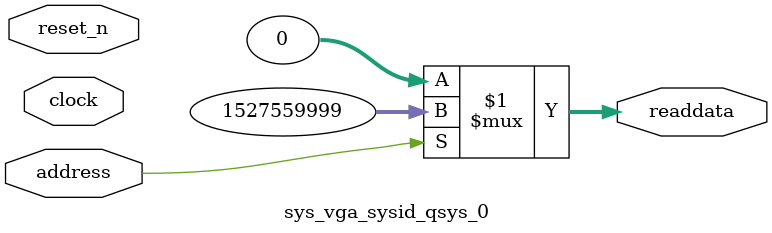
<source format=v>



// synthesis translate_off
`timescale 1ns / 1ps
// synthesis translate_on

// turn off superfluous verilog processor warnings 
// altera message_level Level1 
// altera message_off 10034 10035 10036 10037 10230 10240 10030 

module sys_vga_sysid_qsys_0 (
               // inputs:
                address,
                clock,
                reset_n,

               // outputs:
                readdata
             )
;

  output  [ 31: 0] readdata;
  input            address;
  input            clock;
  input            reset_n;

  wire    [ 31: 0] readdata;
  //control_slave, which is an e_avalon_slave
  assign readdata = address ? 1527559999 : 0;

endmodule



</source>
